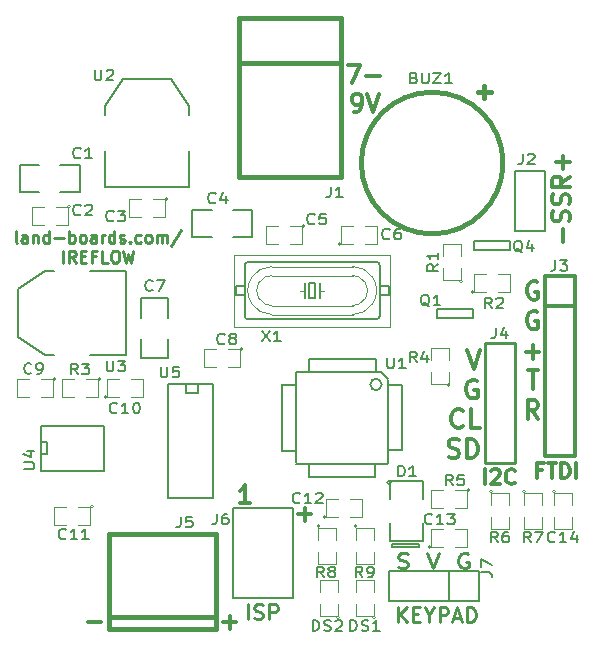
<source format=gto>
G04 (created by PCBNEW (2013-04-19 BZR 4011)-stable) date 31/12/2014 11:05:01*
%MOIN*%
G04 Gerber Fmt 3.4, Leading zero omitted, Abs format*
%FSLAX34Y34*%
G01*
G70*
G90*
G04 APERTURE LIST*
%ADD10C,0.006*%
%ADD11C,0.00787402*%
%ADD12C,0.011811*%
%ADD13C,0.01125*%
%ADD14C,0.01*%
%ADD15C,0.005*%
%ADD16C,0.008*%
%ADD17C,0.0039*%
%ADD18C,0.015*%
%ADD19C,0.0026*%
%ADD20C,0.002*%
%ADD21C,0.012*%
%ADD22C,0.0055*%
G04 APERTURE END LIST*
G54D10*
G54D11*
X13800Y-16300D02*
X13800Y-16200D01*
X12900Y-16300D02*
X13800Y-16300D01*
X12900Y-16200D02*
X12900Y-16300D01*
X13800Y-16200D02*
X12900Y-16200D01*
X12900Y-16200D02*
X13800Y-16200D01*
G54D12*
X9775Y-15214D02*
X10224Y-15214D01*
X10000Y-15439D02*
X10000Y-14989D01*
G54D13*
X13114Y-16978D02*
X13200Y-17002D01*
X13342Y-17002D01*
X13400Y-16978D01*
X13428Y-16954D01*
X13457Y-16907D01*
X13457Y-16859D01*
X13428Y-16811D01*
X13400Y-16788D01*
X13342Y-16764D01*
X13228Y-16740D01*
X13171Y-16716D01*
X13142Y-16692D01*
X13114Y-16645D01*
X13114Y-16597D01*
X13142Y-16550D01*
X13171Y-16526D01*
X13228Y-16502D01*
X13371Y-16502D01*
X13457Y-16526D01*
X14085Y-16502D02*
X14285Y-17002D01*
X14485Y-16502D01*
X15457Y-16526D02*
X15400Y-16502D01*
X15314Y-16502D01*
X15228Y-16526D01*
X15171Y-16573D01*
X15142Y-16621D01*
X15114Y-16716D01*
X15114Y-16788D01*
X15142Y-16883D01*
X15171Y-16930D01*
X15228Y-16978D01*
X15314Y-17002D01*
X15371Y-17002D01*
X15457Y-16978D01*
X15485Y-16954D01*
X15485Y-16788D01*
X15371Y-16788D01*
G54D12*
X15423Y-9727D02*
X15632Y-10352D01*
X15840Y-9727D01*
X15751Y-10750D02*
X15691Y-10721D01*
X15602Y-10721D01*
X15513Y-10750D01*
X15453Y-10810D01*
X15423Y-10869D01*
X15394Y-10988D01*
X15394Y-11078D01*
X15423Y-11197D01*
X15453Y-11256D01*
X15513Y-11316D01*
X15602Y-11346D01*
X15661Y-11346D01*
X15751Y-11316D01*
X15780Y-11286D01*
X15780Y-11078D01*
X15661Y-11078D01*
X15275Y-12279D02*
X15245Y-12309D01*
X15155Y-12339D01*
X15096Y-12339D01*
X15007Y-12309D01*
X14947Y-12249D01*
X14917Y-12190D01*
X14888Y-12071D01*
X14888Y-11982D01*
X14917Y-11863D01*
X14947Y-11803D01*
X15007Y-11743D01*
X15096Y-11714D01*
X15155Y-11714D01*
X15245Y-11743D01*
X15275Y-11773D01*
X15840Y-12339D02*
X15542Y-12339D01*
X15542Y-11714D01*
X14798Y-13302D02*
X14888Y-13332D01*
X15036Y-13332D01*
X15096Y-13302D01*
X15126Y-13272D01*
X15155Y-13213D01*
X15155Y-13153D01*
X15126Y-13094D01*
X15096Y-13064D01*
X15036Y-13034D01*
X14917Y-13004D01*
X14858Y-12975D01*
X14828Y-12945D01*
X14798Y-12885D01*
X14798Y-12826D01*
X14828Y-12766D01*
X14858Y-12737D01*
X14917Y-12707D01*
X15066Y-12707D01*
X15155Y-12737D01*
X15423Y-13332D02*
X15423Y-12707D01*
X15572Y-12707D01*
X15661Y-12737D01*
X15721Y-12796D01*
X15751Y-12856D01*
X15780Y-12975D01*
X15780Y-13064D01*
X15751Y-13183D01*
X15721Y-13243D01*
X15661Y-13302D01*
X15572Y-13332D01*
X15423Y-13332D01*
X8168Y-14839D02*
X7831Y-14839D01*
X8000Y-14839D02*
X8000Y-14248D01*
X7943Y-14332D01*
X7887Y-14389D01*
X7831Y-14417D01*
G54D13*
X8111Y-18702D02*
X8111Y-18202D01*
X8326Y-18678D02*
X8397Y-18702D01*
X8516Y-18702D01*
X8564Y-18678D01*
X8588Y-18654D01*
X8611Y-18607D01*
X8611Y-18559D01*
X8588Y-18511D01*
X8564Y-18488D01*
X8516Y-18464D01*
X8421Y-18440D01*
X8373Y-18416D01*
X8350Y-18392D01*
X8326Y-18345D01*
X8326Y-18297D01*
X8350Y-18250D01*
X8373Y-18226D01*
X8421Y-18202D01*
X8540Y-18202D01*
X8611Y-18226D01*
X8826Y-18702D02*
X8826Y-18202D01*
X9016Y-18202D01*
X9064Y-18226D01*
X9088Y-18250D01*
X9111Y-18297D01*
X9111Y-18369D01*
X9088Y-18416D01*
X9064Y-18440D01*
X9016Y-18464D01*
X8826Y-18464D01*
X13114Y-18802D02*
X13114Y-18302D01*
X13400Y-18802D02*
X13185Y-18516D01*
X13400Y-18302D02*
X13114Y-18588D01*
X13614Y-18540D02*
X13780Y-18540D01*
X13852Y-18802D02*
X13614Y-18802D01*
X13614Y-18302D01*
X13852Y-18302D01*
X14161Y-18564D02*
X14161Y-18802D01*
X13995Y-18302D02*
X14161Y-18564D01*
X14328Y-18302D01*
X14495Y-18802D02*
X14495Y-18302D01*
X14685Y-18302D01*
X14733Y-18326D01*
X14757Y-18350D01*
X14780Y-18397D01*
X14780Y-18469D01*
X14757Y-18516D01*
X14733Y-18540D01*
X14685Y-18564D01*
X14495Y-18564D01*
X14971Y-18659D02*
X15209Y-18659D01*
X14923Y-18802D02*
X15090Y-18302D01*
X15257Y-18802D01*
X15423Y-18802D02*
X15423Y-18302D01*
X15542Y-18302D01*
X15614Y-18326D01*
X15661Y-18373D01*
X15685Y-18421D01*
X15709Y-18516D01*
X15709Y-18588D01*
X15685Y-18683D01*
X15661Y-18730D01*
X15614Y-18778D01*
X15542Y-18802D01*
X15423Y-18802D01*
G54D12*
X18614Y-6148D02*
X18614Y-5698D01*
X18810Y-5445D02*
X18839Y-5360D01*
X18839Y-5220D01*
X18810Y-5164D01*
X18782Y-5135D01*
X18726Y-5107D01*
X18670Y-5107D01*
X18614Y-5135D01*
X18585Y-5164D01*
X18557Y-5220D01*
X18529Y-5332D01*
X18501Y-5388D01*
X18473Y-5417D01*
X18417Y-5445D01*
X18360Y-5445D01*
X18304Y-5417D01*
X18276Y-5388D01*
X18248Y-5332D01*
X18248Y-5192D01*
X18276Y-5107D01*
X18810Y-4882D02*
X18839Y-4798D01*
X18839Y-4657D01*
X18810Y-4601D01*
X18782Y-4573D01*
X18726Y-4545D01*
X18670Y-4545D01*
X18614Y-4573D01*
X18585Y-4601D01*
X18557Y-4657D01*
X18529Y-4770D01*
X18501Y-4826D01*
X18473Y-4854D01*
X18417Y-4882D01*
X18360Y-4882D01*
X18304Y-4854D01*
X18276Y-4826D01*
X18248Y-4770D01*
X18248Y-4629D01*
X18276Y-4545D01*
X18839Y-3954D02*
X18557Y-4151D01*
X18839Y-4292D02*
X18248Y-4292D01*
X18248Y-4067D01*
X18276Y-4011D01*
X18304Y-3982D01*
X18360Y-3954D01*
X18445Y-3954D01*
X18501Y-3982D01*
X18529Y-4011D01*
X18557Y-4067D01*
X18557Y-4292D01*
X18614Y-3701D02*
X18614Y-3251D01*
X18839Y-3476D02*
X18389Y-3476D01*
X11437Y-248D02*
X11831Y-248D01*
X11578Y-839D01*
X12056Y-614D02*
X12506Y-614D01*
X11634Y-1783D02*
X11746Y-1783D01*
X11803Y-1755D01*
X11831Y-1727D01*
X11887Y-1643D01*
X11915Y-1530D01*
X11915Y-1305D01*
X11887Y-1249D01*
X11859Y-1221D01*
X11803Y-1193D01*
X11690Y-1193D01*
X11634Y-1221D01*
X11606Y-1249D01*
X11578Y-1305D01*
X11578Y-1446D01*
X11606Y-1502D01*
X11634Y-1530D01*
X11690Y-1558D01*
X11803Y-1558D01*
X11859Y-1530D01*
X11887Y-1502D01*
X11915Y-1446D01*
X12084Y-1193D02*
X12281Y-1783D01*
X12478Y-1193D01*
G54D14*
X423Y-6161D02*
X385Y-6142D01*
X366Y-6104D01*
X366Y-5761D01*
X747Y-6161D02*
X747Y-5952D01*
X728Y-5914D01*
X690Y-5895D01*
X614Y-5895D01*
X576Y-5914D01*
X747Y-6142D02*
X709Y-6161D01*
X614Y-6161D01*
X576Y-6142D01*
X557Y-6104D01*
X557Y-6066D01*
X576Y-6028D01*
X614Y-6009D01*
X709Y-6009D01*
X747Y-5990D01*
X938Y-5895D02*
X938Y-6161D01*
X938Y-5933D02*
X957Y-5914D01*
X995Y-5895D01*
X1052Y-5895D01*
X1090Y-5914D01*
X1109Y-5952D01*
X1109Y-6161D01*
X1471Y-6161D02*
X1471Y-5761D01*
X1471Y-6142D02*
X1433Y-6161D01*
X1357Y-6161D01*
X1319Y-6142D01*
X1300Y-6123D01*
X1280Y-6085D01*
X1280Y-5971D01*
X1300Y-5933D01*
X1319Y-5914D01*
X1357Y-5895D01*
X1433Y-5895D01*
X1471Y-5914D01*
X1661Y-6009D02*
X1966Y-6009D01*
X2157Y-6161D02*
X2157Y-5761D01*
X2157Y-5914D02*
X2195Y-5895D01*
X2271Y-5895D01*
X2309Y-5914D01*
X2328Y-5933D01*
X2347Y-5971D01*
X2347Y-6085D01*
X2328Y-6123D01*
X2309Y-6142D01*
X2271Y-6161D01*
X2195Y-6161D01*
X2157Y-6142D01*
X2576Y-6161D02*
X2538Y-6142D01*
X2519Y-6123D01*
X2500Y-6085D01*
X2500Y-5971D01*
X2519Y-5933D01*
X2538Y-5914D01*
X2576Y-5895D01*
X2633Y-5895D01*
X2671Y-5914D01*
X2690Y-5933D01*
X2709Y-5971D01*
X2709Y-6085D01*
X2690Y-6123D01*
X2671Y-6142D01*
X2633Y-6161D01*
X2576Y-6161D01*
X3052Y-6161D02*
X3052Y-5952D01*
X3033Y-5914D01*
X2995Y-5895D01*
X2919Y-5895D01*
X2880Y-5914D01*
X3052Y-6142D02*
X3014Y-6161D01*
X2919Y-6161D01*
X2880Y-6142D01*
X2861Y-6104D01*
X2861Y-6066D01*
X2880Y-6028D01*
X2919Y-6009D01*
X3014Y-6009D01*
X3052Y-5990D01*
X3242Y-6161D02*
X3242Y-5895D01*
X3242Y-5971D02*
X3261Y-5933D01*
X3280Y-5914D01*
X3319Y-5895D01*
X3357Y-5895D01*
X3661Y-6161D02*
X3661Y-5761D01*
X3661Y-6142D02*
X3623Y-6161D01*
X3547Y-6161D01*
X3509Y-6142D01*
X3490Y-6123D01*
X3471Y-6085D01*
X3471Y-5971D01*
X3490Y-5933D01*
X3509Y-5914D01*
X3547Y-5895D01*
X3623Y-5895D01*
X3661Y-5914D01*
X3833Y-6142D02*
X3871Y-6161D01*
X3947Y-6161D01*
X3985Y-6142D01*
X4004Y-6104D01*
X4004Y-6085D01*
X3985Y-6047D01*
X3947Y-6028D01*
X3890Y-6028D01*
X3852Y-6009D01*
X3833Y-5971D01*
X3833Y-5952D01*
X3852Y-5914D01*
X3890Y-5895D01*
X3947Y-5895D01*
X3985Y-5914D01*
X4176Y-6123D02*
X4195Y-6142D01*
X4176Y-6161D01*
X4157Y-6142D01*
X4176Y-6123D01*
X4176Y-6161D01*
X4538Y-6142D02*
X4499Y-6161D01*
X4423Y-6161D01*
X4385Y-6142D01*
X4366Y-6123D01*
X4347Y-6085D01*
X4347Y-5971D01*
X4366Y-5933D01*
X4385Y-5914D01*
X4423Y-5895D01*
X4499Y-5895D01*
X4538Y-5914D01*
X4766Y-6161D02*
X4728Y-6142D01*
X4709Y-6123D01*
X4690Y-6085D01*
X4690Y-5971D01*
X4709Y-5933D01*
X4728Y-5914D01*
X4766Y-5895D01*
X4823Y-5895D01*
X4861Y-5914D01*
X4880Y-5933D01*
X4899Y-5971D01*
X4899Y-6085D01*
X4880Y-6123D01*
X4861Y-6142D01*
X4823Y-6161D01*
X4766Y-6161D01*
X5071Y-6161D02*
X5071Y-5895D01*
X5071Y-5933D02*
X5090Y-5914D01*
X5128Y-5895D01*
X5185Y-5895D01*
X5223Y-5914D01*
X5242Y-5952D01*
X5242Y-6161D01*
X5242Y-5952D02*
X5261Y-5914D01*
X5299Y-5895D01*
X5357Y-5895D01*
X5395Y-5914D01*
X5414Y-5952D01*
X5414Y-6161D01*
X5890Y-5742D02*
X5547Y-6257D01*
X1947Y-6821D02*
X1947Y-6421D01*
X2366Y-6821D02*
X2233Y-6631D01*
X2138Y-6821D02*
X2138Y-6421D01*
X2290Y-6421D01*
X2328Y-6440D01*
X2347Y-6460D01*
X2366Y-6498D01*
X2366Y-6555D01*
X2347Y-6593D01*
X2328Y-6612D01*
X2290Y-6631D01*
X2138Y-6631D01*
X2538Y-6612D02*
X2671Y-6612D01*
X2728Y-6821D02*
X2538Y-6821D01*
X2538Y-6421D01*
X2728Y-6421D01*
X3033Y-6612D02*
X2900Y-6612D01*
X2900Y-6821D02*
X2900Y-6421D01*
X3090Y-6421D01*
X3433Y-6821D02*
X3242Y-6821D01*
X3242Y-6421D01*
X3642Y-6421D02*
X3719Y-6421D01*
X3757Y-6440D01*
X3795Y-6479D01*
X3814Y-6555D01*
X3814Y-6688D01*
X3795Y-6764D01*
X3757Y-6802D01*
X3719Y-6821D01*
X3642Y-6821D01*
X3604Y-6802D01*
X3566Y-6764D01*
X3547Y-6688D01*
X3547Y-6555D01*
X3566Y-6479D01*
X3604Y-6440D01*
X3642Y-6421D01*
X3947Y-6421D02*
X4042Y-6821D01*
X4119Y-6536D01*
X4195Y-6821D01*
X4290Y-6421D01*
G54D12*
X17911Y-13740D02*
X17745Y-13740D01*
X17745Y-14002D02*
X17745Y-13502D01*
X17983Y-13502D01*
X18102Y-13502D02*
X18388Y-13502D01*
X18245Y-14002D02*
X18245Y-13502D01*
X18554Y-14002D02*
X18554Y-13502D01*
X18673Y-13502D01*
X18745Y-13526D01*
X18792Y-13573D01*
X18816Y-13621D01*
X18840Y-13716D01*
X18840Y-13788D01*
X18816Y-13883D01*
X18792Y-13930D01*
X18745Y-13978D01*
X18673Y-14002D01*
X18554Y-14002D01*
X19054Y-14002D02*
X19054Y-13502D01*
X16011Y-14202D02*
X16011Y-13702D01*
X16226Y-13750D02*
X16250Y-13726D01*
X16297Y-13702D01*
X16416Y-13702D01*
X16464Y-13726D01*
X16488Y-13750D01*
X16511Y-13797D01*
X16511Y-13845D01*
X16488Y-13916D01*
X16202Y-14202D01*
X16511Y-14202D01*
X17011Y-14154D02*
X16988Y-14178D01*
X16916Y-14202D01*
X16869Y-14202D01*
X16797Y-14178D01*
X16750Y-14130D01*
X16726Y-14083D01*
X16702Y-13988D01*
X16702Y-13916D01*
X16726Y-13821D01*
X16750Y-13773D01*
X16797Y-13726D01*
X16869Y-13702D01*
X16916Y-13702D01*
X16988Y-13726D01*
X17011Y-13750D01*
X3224Y-18785D02*
X2775Y-18785D01*
X7275Y-18814D02*
X7724Y-18814D01*
X7500Y-19039D02*
X7500Y-18589D01*
X17754Y-7457D02*
X17698Y-7427D01*
X17614Y-7427D01*
X17529Y-7457D01*
X17473Y-7517D01*
X17445Y-7576D01*
X17417Y-7695D01*
X17417Y-7785D01*
X17445Y-7904D01*
X17473Y-7963D01*
X17529Y-8023D01*
X17614Y-8052D01*
X17670Y-8052D01*
X17754Y-8023D01*
X17782Y-7993D01*
X17782Y-7785D01*
X17670Y-7785D01*
X17754Y-8450D02*
X17698Y-8421D01*
X17614Y-8421D01*
X17529Y-8450D01*
X17473Y-8510D01*
X17445Y-8569D01*
X17417Y-8688D01*
X17417Y-8778D01*
X17445Y-8897D01*
X17473Y-8956D01*
X17529Y-9016D01*
X17614Y-9046D01*
X17670Y-9046D01*
X17754Y-9016D01*
X17782Y-8986D01*
X17782Y-8778D01*
X17670Y-8778D01*
X17375Y-9801D02*
X17824Y-9801D01*
X17600Y-10039D02*
X17600Y-9563D01*
X17431Y-10407D02*
X17768Y-10407D01*
X17600Y-11032D02*
X17600Y-10407D01*
X17782Y-12025D02*
X17585Y-11727D01*
X17445Y-12025D02*
X17445Y-11400D01*
X17670Y-11400D01*
X17726Y-11430D01*
X17754Y-11459D01*
X17782Y-11519D01*
X17782Y-11608D01*
X17754Y-11668D01*
X17726Y-11698D01*
X17670Y-11727D01*
X17445Y-11727D01*
G54D10*
X10160Y-13980D02*
X10160Y-13530D01*
X12340Y-13980D02*
X12340Y-13540D01*
X10160Y-13980D02*
X12340Y-13980D01*
X9690Y-13100D02*
X9260Y-13100D01*
X9680Y-10890D02*
X9260Y-10890D01*
X9260Y-10880D02*
X9250Y-13100D01*
X13230Y-10900D02*
X13240Y-13070D01*
X12540Y-10470D02*
X9710Y-10470D01*
X13230Y-13080D02*
X12820Y-13080D01*
X12780Y-10720D02*
X12780Y-13500D01*
X9700Y-13520D02*
X12740Y-13520D01*
X9700Y-10470D02*
X9700Y-13470D01*
X12370Y-10020D02*
X10150Y-10020D01*
X10150Y-10020D02*
X10150Y-10470D01*
X12550Y-10474D02*
X12780Y-10704D01*
X12370Y-10022D02*
X12370Y-10474D01*
X12780Y-10900D02*
X13232Y-10900D01*
X12564Y-10882D02*
G75*
G03X12564Y-10882I-188J0D01*
G74*
G01*
G54D15*
X15600Y-8650D02*
X14400Y-8650D01*
X14400Y-8650D02*
X14400Y-8350D01*
X14400Y-8350D02*
X15600Y-8350D01*
X15600Y-8350D02*
X15600Y-8650D01*
G54D16*
X2850Y-9900D02*
X4050Y-9900D01*
X4050Y-9900D02*
X4050Y-7100D01*
X4050Y-7100D02*
X2850Y-7100D01*
X1650Y-9900D02*
X1350Y-9900D01*
X1350Y-9900D02*
X450Y-9300D01*
X450Y-9300D02*
X450Y-7700D01*
X450Y-7700D02*
X1350Y-7100D01*
X1350Y-7100D02*
X1650Y-7100D01*
X3350Y-3100D02*
X3350Y-4300D01*
X3350Y-4300D02*
X6150Y-4300D01*
X6150Y-4300D02*
X6150Y-3100D01*
X3350Y-1900D02*
X3350Y-1600D01*
X3350Y-1600D02*
X3950Y-700D01*
X3950Y-700D02*
X5550Y-700D01*
X5550Y-700D02*
X6150Y-1600D01*
X6150Y-1600D02*
X6150Y-1900D01*
G54D17*
X10700Y-15300D02*
G75*
G03X10700Y-15300I-50J0D01*
G74*
G01*
X11100Y-15300D02*
X10700Y-15300D01*
X10700Y-15300D02*
X10700Y-14700D01*
X10700Y-14700D02*
X11100Y-14700D01*
X11500Y-14700D02*
X11900Y-14700D01*
X11900Y-14700D02*
X11900Y-15300D01*
X11900Y-15300D02*
X11500Y-15300D01*
X10000Y-5600D02*
G75*
G03X10000Y-5600I-50J0D01*
G74*
G01*
X9500Y-5600D02*
X9900Y-5600D01*
X9900Y-5600D02*
X9900Y-6200D01*
X9900Y-6200D02*
X9500Y-6200D01*
X9100Y-6200D02*
X8700Y-6200D01*
X8700Y-6200D02*
X8700Y-5600D01*
X8700Y-5600D02*
X9100Y-5600D01*
X15250Y-7450D02*
G75*
G03X15250Y-7450I-50J0D01*
G74*
G01*
X15200Y-7000D02*
X15200Y-7400D01*
X15200Y-7400D02*
X14600Y-7400D01*
X14600Y-7400D02*
X14600Y-7000D01*
X14600Y-6600D02*
X14600Y-6200D01*
X14600Y-6200D02*
X15200Y-6200D01*
X15200Y-6200D02*
X15200Y-6600D01*
X11200Y-6200D02*
G75*
G03X11200Y-6200I-50J0D01*
G74*
G01*
X11600Y-6200D02*
X11200Y-6200D01*
X11200Y-6200D02*
X11200Y-5600D01*
X11200Y-5600D02*
X11600Y-5600D01*
X12000Y-5600D02*
X12400Y-5600D01*
X12400Y-5600D02*
X12400Y-6200D01*
X12400Y-6200D02*
X12000Y-6200D01*
X5450Y-4700D02*
G75*
G03X5450Y-4700I-50J0D01*
G74*
G01*
X4950Y-4700D02*
X5350Y-4700D01*
X5350Y-4700D02*
X5350Y-5300D01*
X5350Y-5300D02*
X4950Y-5300D01*
X4550Y-5300D02*
X4150Y-5300D01*
X4150Y-5300D02*
X4150Y-4700D01*
X4150Y-4700D02*
X4550Y-4700D01*
X2200Y-4950D02*
G75*
G03X2200Y-4950I-50J0D01*
G74*
G01*
X1700Y-4950D02*
X2100Y-4950D01*
X2100Y-4950D02*
X2100Y-5550D01*
X2100Y-5550D02*
X1700Y-5550D01*
X1300Y-5550D02*
X900Y-5550D01*
X900Y-5550D02*
X900Y-4950D01*
X900Y-4950D02*
X1300Y-4950D01*
X3400Y-11300D02*
G75*
G03X3400Y-11300I-50J0D01*
G74*
G01*
X3800Y-11300D02*
X3400Y-11300D01*
X3400Y-11300D02*
X3400Y-10700D01*
X3400Y-10700D02*
X3800Y-10700D01*
X4200Y-10700D02*
X4600Y-10700D01*
X4600Y-10700D02*
X4600Y-11300D01*
X4600Y-11300D02*
X4200Y-11300D01*
X11750Y-15600D02*
G75*
G03X11750Y-15600I-50J0D01*
G74*
G01*
X11700Y-16050D02*
X11700Y-15650D01*
X11700Y-15650D02*
X12300Y-15650D01*
X12300Y-15650D02*
X12300Y-16050D01*
X12300Y-16450D02*
X12300Y-16850D01*
X12300Y-16850D02*
X11700Y-16850D01*
X11700Y-16850D02*
X11700Y-16450D01*
X15500Y-14400D02*
G75*
G03X15500Y-14400I-50J0D01*
G74*
G01*
X15000Y-14400D02*
X15400Y-14400D01*
X15400Y-14400D02*
X15400Y-15000D01*
X15400Y-15000D02*
X15000Y-15000D01*
X14600Y-15000D02*
X14200Y-15000D01*
X14200Y-15000D02*
X14200Y-14400D01*
X14200Y-14400D02*
X14600Y-14400D01*
X7950Y-9700D02*
G75*
G03X7950Y-9700I-50J0D01*
G74*
G01*
X7450Y-9700D02*
X7850Y-9700D01*
X7850Y-9700D02*
X7850Y-10300D01*
X7850Y-10300D02*
X7450Y-10300D01*
X7050Y-10300D02*
X6650Y-10300D01*
X6650Y-10300D02*
X6650Y-9700D01*
X6650Y-9700D02*
X7050Y-9700D01*
X14200Y-16300D02*
G75*
G03X14200Y-16300I-50J0D01*
G74*
G01*
X14600Y-16300D02*
X14200Y-16300D01*
X14200Y-16300D02*
X14200Y-15700D01*
X14200Y-15700D02*
X14600Y-15700D01*
X15000Y-15700D02*
X15400Y-15700D01*
X15400Y-15700D02*
X15400Y-16300D01*
X15400Y-16300D02*
X15000Y-16300D01*
X12350Y-18650D02*
G75*
G03X12350Y-18650I-50J0D01*
G74*
G01*
X12300Y-18200D02*
X12300Y-18600D01*
X12300Y-18600D02*
X11700Y-18600D01*
X11700Y-18600D02*
X11700Y-18200D01*
X11700Y-17800D02*
X11700Y-17400D01*
X11700Y-17400D02*
X12300Y-17400D01*
X12300Y-17400D02*
X12300Y-17800D01*
X11150Y-18650D02*
G75*
G03X11150Y-18650I-50J0D01*
G74*
G01*
X11100Y-18200D02*
X11100Y-18600D01*
X11100Y-18600D02*
X10500Y-18600D01*
X10500Y-18600D02*
X10500Y-18200D01*
X10500Y-17800D02*
X10500Y-17400D01*
X10500Y-17400D02*
X11100Y-17400D01*
X11100Y-17400D02*
X11100Y-17800D01*
X10500Y-15600D02*
G75*
G03X10500Y-15600I-50J0D01*
G74*
G01*
X10450Y-16050D02*
X10450Y-15650D01*
X10450Y-15650D02*
X11050Y-15650D01*
X11050Y-15650D02*
X11050Y-16050D01*
X11050Y-16450D02*
X11050Y-16850D01*
X11050Y-16850D02*
X10450Y-16850D01*
X10450Y-16850D02*
X10450Y-16450D01*
X14850Y-10900D02*
G75*
G03X14850Y-10900I-50J0D01*
G74*
G01*
X14800Y-10450D02*
X14800Y-10850D01*
X14800Y-10850D02*
X14200Y-10850D01*
X14200Y-10850D02*
X14200Y-10450D01*
X14200Y-10050D02*
X14200Y-9650D01*
X14200Y-9650D02*
X14800Y-9650D01*
X14800Y-9650D02*
X14800Y-10050D01*
G54D18*
X15982Y-940D02*
X15982Y-1334D01*
X16218Y-1137D02*
X15785Y-1137D01*
X16612Y-3500D02*
G75*
G03X16612Y-3500I-2362J0D01*
G74*
G01*
G54D19*
X7650Y-8950D02*
X12850Y-8950D01*
X12850Y-8950D02*
X12850Y-6550D01*
X7650Y-6550D02*
X12850Y-6550D01*
X7650Y-8950D02*
X7650Y-6550D01*
G54D10*
X8000Y-7300D02*
X8000Y-6900D01*
X12500Y-7300D02*
X12500Y-6900D01*
G54D20*
X11600Y-8250D02*
X8900Y-8250D01*
X11600Y-8550D02*
X8900Y-8550D01*
X8900Y-7250D02*
X11600Y-7250D01*
G54D10*
X12400Y-8700D02*
X8100Y-8700D01*
X12500Y-7900D02*
X12800Y-7900D01*
X12500Y-7600D02*
X12800Y-7600D01*
X12800Y-7900D02*
X12800Y-7600D01*
X12500Y-8200D02*
X12500Y-7300D01*
X12500Y-8600D02*
X12500Y-8200D01*
X7700Y-7900D02*
X7700Y-7600D01*
X8000Y-8200D02*
X8000Y-7900D01*
X8000Y-7900D02*
X8000Y-7600D01*
X8000Y-7600D02*
X8000Y-7300D01*
X8000Y-8600D02*
X8000Y-8200D01*
X8000Y-7900D02*
X7700Y-7900D01*
X8000Y-7600D02*
X7700Y-7600D01*
G54D20*
X8900Y-6950D02*
X11600Y-6950D01*
G54D10*
X12400Y-6800D02*
X8100Y-6800D01*
X10150Y-7500D02*
X10150Y-8000D01*
X10150Y-8000D02*
X10350Y-8000D01*
X10350Y-8000D02*
X10350Y-7500D01*
X10350Y-7500D02*
X10150Y-7500D01*
X10000Y-7500D02*
X10000Y-7750D01*
X10000Y-7750D02*
X10000Y-8000D01*
G54D20*
X10000Y-7750D02*
X9850Y-7750D01*
G54D10*
X10500Y-7500D02*
X10500Y-7750D01*
X10500Y-7750D02*
X10500Y-8000D01*
G54D20*
X10500Y-7750D02*
X10650Y-7750D01*
X8899Y-6949D02*
G75*
G03X8238Y-7300I1J-800D01*
G74*
G01*
X12260Y-7299D02*
G75*
G03X11600Y-6950I-660J-450D01*
G74*
G01*
G54D10*
X12400Y-8700D02*
G75*
G03X12500Y-8600I0J100D01*
G74*
G01*
G54D20*
X11599Y-8249D02*
G75*
G03X11816Y-8200I0J499D01*
G74*
G01*
X11817Y-7299D02*
G75*
G03X11600Y-7250I-217J-450D01*
G74*
G01*
X11601Y-8549D02*
G75*
G03X12261Y-8198I-2J799D01*
G74*
G01*
X11819Y-8199D02*
G75*
G03X11816Y-7299I-219J449D01*
G74*
G01*
X12261Y-8199D02*
G75*
G03X12261Y-7300I-661J449D01*
G74*
G01*
X8239Y-8200D02*
G75*
G03X8900Y-8550I660J450D01*
G74*
G01*
X8680Y-7300D02*
G75*
G03X8683Y-8200I219J-449D01*
G74*
G01*
X8682Y-8200D02*
G75*
G03X8900Y-8250I217J450D01*
G74*
G01*
X8900Y-7250D02*
G75*
G03X8683Y-7299I0J-499D01*
G74*
G01*
X8238Y-7300D02*
G75*
G03X8238Y-8199I661J-449D01*
G74*
G01*
G54D10*
X8000Y-8600D02*
G75*
G03X8100Y-8700I100J0D01*
G74*
G01*
X12500Y-6900D02*
G75*
G03X12400Y-6800I-100J0D01*
G74*
G01*
X8100Y-6800D02*
G75*
G03X8000Y-6900I0J-100D01*
G74*
G01*
G54D17*
X2950Y-14950D02*
G75*
G03X2950Y-14950I-50J0D01*
G74*
G01*
X2450Y-14950D02*
X2850Y-14950D01*
X2850Y-14950D02*
X2850Y-15550D01*
X2850Y-15550D02*
X2450Y-15550D01*
X2050Y-15550D02*
X1650Y-15550D01*
X1650Y-15550D02*
X1650Y-14950D01*
X1650Y-14950D02*
X2050Y-14950D01*
X1700Y-10700D02*
G75*
G03X1700Y-10700I-50J0D01*
G74*
G01*
X1200Y-10700D02*
X1600Y-10700D01*
X1600Y-10700D02*
X1600Y-11300D01*
X1600Y-11300D02*
X1200Y-11300D01*
X800Y-11300D02*
X400Y-11300D01*
X400Y-11300D02*
X400Y-10700D01*
X400Y-10700D02*
X800Y-10700D01*
X3200Y-10700D02*
G75*
G03X3200Y-10700I-50J0D01*
G74*
G01*
X2700Y-10700D02*
X3100Y-10700D01*
X3100Y-10700D02*
X3100Y-11300D01*
X3100Y-11300D02*
X2700Y-11300D01*
X2300Y-11300D02*
X1900Y-11300D01*
X1900Y-11300D02*
X1900Y-10700D01*
X1900Y-10700D02*
X2300Y-10700D01*
G54D18*
X7037Y-19021D02*
X7037Y-15872D01*
X3494Y-19021D02*
X3494Y-15872D01*
X7037Y-15872D02*
X3494Y-15872D01*
X7037Y-18627D02*
X3494Y-18627D01*
X7037Y-19021D02*
X3494Y-19021D01*
G54D10*
X15800Y-17100D02*
X15800Y-18100D01*
X15800Y-18100D02*
X12800Y-18100D01*
X12800Y-18100D02*
X12800Y-17100D01*
X12800Y-17100D02*
X15800Y-17100D01*
X14800Y-18100D02*
X14800Y-17100D01*
G54D18*
X11200Y1050D02*
X11200Y1350D01*
X11200Y1350D02*
X7800Y1350D01*
X7800Y1350D02*
X7800Y1050D01*
X11200Y-150D02*
X7800Y-150D01*
X11200Y-3950D02*
X7800Y-3950D01*
X7800Y1050D02*
X7800Y-3950D01*
X11200Y1050D02*
X11200Y-3950D01*
G54D15*
X6250Y-5050D02*
X6250Y-5950D01*
X6250Y-5950D02*
X6900Y-5950D01*
X7600Y-5050D02*
X8250Y-5050D01*
X8250Y-5050D02*
X8250Y-5950D01*
X8250Y-5950D02*
X7600Y-5950D01*
X6900Y-5050D02*
X6250Y-5050D01*
X2500Y-4450D02*
X2500Y-3550D01*
X2500Y-3550D02*
X1850Y-3550D01*
X1150Y-4450D02*
X500Y-4450D01*
X500Y-4450D02*
X500Y-3550D01*
X500Y-3550D02*
X1150Y-3550D01*
X1850Y-4450D02*
X2500Y-4450D01*
X5450Y-8000D02*
X4550Y-8000D01*
X4550Y-8000D02*
X4550Y-8650D01*
X5450Y-9350D02*
X5450Y-10000D01*
X5450Y-10000D02*
X4550Y-10000D01*
X4550Y-10000D02*
X4550Y-9350D01*
X5450Y-8650D02*
X5450Y-8000D01*
X1200Y-13700D02*
X1200Y-13750D01*
X1200Y-13750D02*
X3300Y-13750D01*
X3300Y-12250D02*
X1200Y-12250D01*
X1200Y-12250D02*
X1200Y-13700D01*
X1200Y-12800D02*
X1400Y-12800D01*
X1400Y-12800D02*
X1400Y-13200D01*
X1400Y-13200D02*
X1200Y-13200D01*
X3300Y-12250D02*
X3300Y-13750D01*
X16850Y-6400D02*
X15650Y-6400D01*
X15650Y-6400D02*
X15650Y-6100D01*
X15650Y-6100D02*
X16850Y-6100D01*
X16850Y-6100D02*
X16850Y-6400D01*
G54D17*
X15650Y-7800D02*
G75*
G03X15650Y-7800I-50J0D01*
G74*
G01*
X16050Y-7800D02*
X15650Y-7800D01*
X15650Y-7800D02*
X15650Y-7200D01*
X15650Y-7200D02*
X16050Y-7200D01*
X16450Y-7200D02*
X16850Y-7200D01*
X16850Y-7200D02*
X16850Y-7800D01*
X16850Y-7800D02*
X16450Y-7800D01*
G54D10*
X17000Y-3750D02*
X18000Y-3750D01*
X18000Y-3750D02*
X18000Y-5750D01*
X18000Y-5750D02*
X17000Y-5750D01*
X17000Y-5750D02*
X17000Y-3750D01*
G54D16*
X7600Y-18000D02*
X7600Y-15000D01*
X9600Y-15000D02*
X9600Y-18000D01*
X9600Y-18000D02*
X7600Y-18000D01*
X7600Y-15000D02*
X9600Y-15000D01*
G54D14*
X16000Y-13500D02*
X16000Y-9500D01*
X17000Y-13500D02*
X17000Y-9500D01*
X17000Y-9500D02*
X16000Y-9500D01*
X16000Y-13500D02*
X17000Y-13500D01*
G54D21*
X18000Y-7250D02*
X19000Y-7250D01*
X19000Y-7250D02*
X19000Y-13250D01*
X19000Y-13250D02*
X18000Y-13250D01*
X18000Y-13250D02*
X18000Y-7250D01*
X18000Y-8250D02*
X19000Y-8250D01*
G54D16*
X6950Y-10850D02*
X6950Y-14650D01*
X6950Y-14650D02*
X5450Y-14650D01*
X5450Y-14650D02*
X5450Y-10850D01*
X5450Y-10850D02*
X6950Y-10850D01*
X6450Y-10850D02*
X6450Y-11150D01*
X6450Y-11150D02*
X6050Y-11150D01*
X6050Y-11150D02*
X6050Y-10850D01*
G54D17*
X17350Y-14450D02*
G75*
G03X17350Y-14450I-50J0D01*
G74*
G01*
X17300Y-14900D02*
X17300Y-14500D01*
X17300Y-14500D02*
X17900Y-14500D01*
X17900Y-14500D02*
X17900Y-14900D01*
X17900Y-15300D02*
X17900Y-15700D01*
X17900Y-15700D02*
X17300Y-15700D01*
X17300Y-15700D02*
X17300Y-15300D01*
X16250Y-14450D02*
G75*
G03X16250Y-14450I-50J0D01*
G74*
G01*
X16200Y-14900D02*
X16200Y-14500D01*
X16200Y-14500D02*
X16800Y-14500D01*
X16800Y-14500D02*
X16800Y-14900D01*
X16800Y-15300D02*
X16800Y-15700D01*
X16800Y-15700D02*
X16200Y-15700D01*
X16200Y-15700D02*
X16200Y-15300D01*
G54D15*
X12870Y-14150D02*
G75*
G03X12870Y-14150I-70J0D01*
G74*
G01*
X13950Y-14700D02*
X13950Y-14100D01*
X13950Y-14100D02*
X12850Y-14100D01*
X12850Y-14100D02*
X12850Y-14700D01*
X12850Y-15500D02*
X12850Y-16100D01*
X12850Y-16100D02*
X13950Y-16100D01*
X13950Y-16100D02*
X13950Y-15500D01*
G54D17*
X18350Y-14450D02*
G75*
G03X18350Y-14450I-50J0D01*
G74*
G01*
X18300Y-14900D02*
X18300Y-14500D01*
X18300Y-14500D02*
X18900Y-14500D01*
X18900Y-14500D02*
X18900Y-14900D01*
X18900Y-15300D02*
X18900Y-15700D01*
X18900Y-15700D02*
X18300Y-15700D01*
X18300Y-15700D02*
X18300Y-15300D01*
G54D22*
X12746Y-9986D02*
X12746Y-10270D01*
X12765Y-10303D01*
X12784Y-10320D01*
X12823Y-10336D01*
X12899Y-10336D01*
X12937Y-10320D01*
X12956Y-10303D01*
X12975Y-10270D01*
X12975Y-9986D01*
X13375Y-10336D02*
X13146Y-10336D01*
X13261Y-10336D02*
X13261Y-9986D01*
X13223Y-10036D01*
X13184Y-10070D01*
X13146Y-10086D01*
X14161Y-8275D02*
X14123Y-8258D01*
X14085Y-8225D01*
X14028Y-8175D01*
X13990Y-8158D01*
X13952Y-8158D01*
X13971Y-8241D02*
X13933Y-8225D01*
X13895Y-8191D01*
X13876Y-8125D01*
X13876Y-8008D01*
X13895Y-7941D01*
X13933Y-7908D01*
X13971Y-7891D01*
X14047Y-7891D01*
X14085Y-7908D01*
X14123Y-7941D01*
X14142Y-8008D01*
X14142Y-8125D01*
X14123Y-8191D01*
X14085Y-8225D01*
X14047Y-8241D01*
X13971Y-8241D01*
X14523Y-8241D02*
X14295Y-8241D01*
X14409Y-8241D02*
X14409Y-7891D01*
X14371Y-7941D01*
X14333Y-7975D01*
X14295Y-7991D01*
X3395Y-10091D02*
X3395Y-10375D01*
X3414Y-10408D01*
X3433Y-10425D01*
X3471Y-10441D01*
X3547Y-10441D01*
X3585Y-10425D01*
X3604Y-10408D01*
X3623Y-10375D01*
X3623Y-10091D01*
X3776Y-10091D02*
X4023Y-10091D01*
X3890Y-10225D01*
X3947Y-10225D01*
X3985Y-10241D01*
X4004Y-10258D01*
X4023Y-10291D01*
X4023Y-10375D01*
X4004Y-10408D01*
X3985Y-10425D01*
X3947Y-10441D01*
X3833Y-10441D01*
X3795Y-10425D01*
X3776Y-10408D01*
X2995Y-391D02*
X2995Y-675D01*
X3014Y-708D01*
X3033Y-725D01*
X3071Y-741D01*
X3147Y-741D01*
X3185Y-725D01*
X3204Y-708D01*
X3223Y-675D01*
X3223Y-391D01*
X3395Y-425D02*
X3414Y-408D01*
X3452Y-391D01*
X3547Y-391D01*
X3585Y-408D01*
X3604Y-425D01*
X3623Y-458D01*
X3623Y-491D01*
X3604Y-541D01*
X3376Y-741D01*
X3623Y-741D01*
X9842Y-14808D02*
X9823Y-14825D01*
X9766Y-14841D01*
X9728Y-14841D01*
X9671Y-14825D01*
X9633Y-14791D01*
X9614Y-14758D01*
X9595Y-14691D01*
X9595Y-14641D01*
X9614Y-14575D01*
X9633Y-14541D01*
X9671Y-14508D01*
X9728Y-14491D01*
X9766Y-14491D01*
X9823Y-14508D01*
X9842Y-14525D01*
X10223Y-14841D02*
X9995Y-14841D01*
X10109Y-14841D02*
X10109Y-14491D01*
X10071Y-14541D01*
X10033Y-14575D01*
X9995Y-14591D01*
X10376Y-14525D02*
X10395Y-14508D01*
X10433Y-14491D01*
X10528Y-14491D01*
X10566Y-14508D01*
X10585Y-14525D01*
X10604Y-14558D01*
X10604Y-14591D01*
X10585Y-14641D01*
X10357Y-14841D01*
X10604Y-14841D01*
X10333Y-5508D02*
X10314Y-5525D01*
X10257Y-5541D01*
X10219Y-5541D01*
X10161Y-5525D01*
X10123Y-5491D01*
X10104Y-5458D01*
X10085Y-5391D01*
X10085Y-5341D01*
X10104Y-5275D01*
X10123Y-5241D01*
X10161Y-5208D01*
X10219Y-5191D01*
X10257Y-5191D01*
X10314Y-5208D01*
X10333Y-5225D01*
X10695Y-5191D02*
X10504Y-5191D01*
X10485Y-5358D01*
X10504Y-5341D01*
X10542Y-5325D01*
X10638Y-5325D01*
X10676Y-5341D01*
X10695Y-5358D01*
X10714Y-5391D01*
X10714Y-5475D01*
X10695Y-5508D01*
X10676Y-5525D01*
X10638Y-5541D01*
X10542Y-5541D01*
X10504Y-5525D01*
X10485Y-5508D01*
X14441Y-6866D02*
X14275Y-6999D01*
X14441Y-7095D02*
X14091Y-7095D01*
X14091Y-6942D01*
X14108Y-6904D01*
X14125Y-6885D01*
X14158Y-6866D01*
X14208Y-6866D01*
X14241Y-6885D01*
X14258Y-6904D01*
X14275Y-6942D01*
X14275Y-7095D01*
X14441Y-6485D02*
X14441Y-6714D01*
X14441Y-6599D02*
X14091Y-6599D01*
X14141Y-6638D01*
X14175Y-6676D01*
X14191Y-6714D01*
X12833Y-6008D02*
X12814Y-6025D01*
X12757Y-6041D01*
X12719Y-6041D01*
X12661Y-6025D01*
X12623Y-5991D01*
X12604Y-5958D01*
X12585Y-5891D01*
X12585Y-5841D01*
X12604Y-5775D01*
X12623Y-5741D01*
X12661Y-5708D01*
X12719Y-5691D01*
X12757Y-5691D01*
X12814Y-5708D01*
X12833Y-5725D01*
X13176Y-5691D02*
X13100Y-5691D01*
X13061Y-5708D01*
X13042Y-5725D01*
X13004Y-5775D01*
X12985Y-5841D01*
X12985Y-5975D01*
X13004Y-6008D01*
X13023Y-6025D01*
X13061Y-6041D01*
X13138Y-6041D01*
X13176Y-6025D01*
X13195Y-6008D01*
X13214Y-5975D01*
X13214Y-5891D01*
X13195Y-5858D01*
X13176Y-5841D01*
X13138Y-5825D01*
X13061Y-5825D01*
X13023Y-5841D01*
X13004Y-5858D01*
X12985Y-5891D01*
X3633Y-5408D02*
X3614Y-5425D01*
X3557Y-5441D01*
X3519Y-5441D01*
X3461Y-5425D01*
X3423Y-5391D01*
X3404Y-5358D01*
X3385Y-5291D01*
X3385Y-5241D01*
X3404Y-5175D01*
X3423Y-5141D01*
X3461Y-5108D01*
X3519Y-5091D01*
X3557Y-5091D01*
X3614Y-5108D01*
X3633Y-5125D01*
X3766Y-5091D02*
X4014Y-5091D01*
X3880Y-5225D01*
X3938Y-5225D01*
X3976Y-5241D01*
X3995Y-5258D01*
X4014Y-5291D01*
X4014Y-5375D01*
X3995Y-5408D01*
X3976Y-5425D01*
X3938Y-5441D01*
X3823Y-5441D01*
X3785Y-5425D01*
X3766Y-5408D01*
X2533Y-5208D02*
X2514Y-5225D01*
X2457Y-5241D01*
X2419Y-5241D01*
X2361Y-5225D01*
X2323Y-5191D01*
X2304Y-5158D01*
X2285Y-5091D01*
X2285Y-5041D01*
X2304Y-4975D01*
X2323Y-4941D01*
X2361Y-4908D01*
X2419Y-4891D01*
X2457Y-4891D01*
X2514Y-4908D01*
X2533Y-4925D01*
X2685Y-4925D02*
X2704Y-4908D01*
X2742Y-4891D01*
X2838Y-4891D01*
X2876Y-4908D01*
X2895Y-4925D01*
X2914Y-4958D01*
X2914Y-4991D01*
X2895Y-5041D01*
X2666Y-5241D01*
X2914Y-5241D01*
X3742Y-11808D02*
X3723Y-11825D01*
X3666Y-11841D01*
X3628Y-11841D01*
X3571Y-11825D01*
X3533Y-11791D01*
X3514Y-11758D01*
X3495Y-11691D01*
X3495Y-11641D01*
X3514Y-11575D01*
X3533Y-11541D01*
X3571Y-11508D01*
X3628Y-11491D01*
X3666Y-11491D01*
X3723Y-11508D01*
X3742Y-11525D01*
X4123Y-11841D02*
X3895Y-11841D01*
X4009Y-11841D02*
X4009Y-11491D01*
X3971Y-11541D01*
X3933Y-11575D01*
X3895Y-11591D01*
X4371Y-11491D02*
X4409Y-11491D01*
X4447Y-11508D01*
X4466Y-11525D01*
X4485Y-11558D01*
X4504Y-11625D01*
X4504Y-11708D01*
X4485Y-11775D01*
X4466Y-11808D01*
X4447Y-11825D01*
X4409Y-11841D01*
X4371Y-11841D01*
X4333Y-11825D01*
X4314Y-11808D01*
X4295Y-11775D01*
X4276Y-11708D01*
X4276Y-11625D01*
X4295Y-11558D01*
X4314Y-11525D01*
X4333Y-11508D01*
X4371Y-11491D01*
X11928Y-17310D02*
X11795Y-17143D01*
X11700Y-17310D02*
X11700Y-16960D01*
X11852Y-16960D01*
X11890Y-16977D01*
X11909Y-16993D01*
X11928Y-17027D01*
X11928Y-17077D01*
X11909Y-17110D01*
X11890Y-17127D01*
X11852Y-17143D01*
X11700Y-17143D01*
X12119Y-17310D02*
X12195Y-17310D01*
X12233Y-17293D01*
X12252Y-17277D01*
X12290Y-17227D01*
X12309Y-17160D01*
X12309Y-17027D01*
X12290Y-16993D01*
X12271Y-16977D01*
X12233Y-16960D01*
X12157Y-16960D01*
X12119Y-16977D01*
X12100Y-16993D01*
X12080Y-17027D01*
X12080Y-17110D01*
X12100Y-17143D01*
X12119Y-17160D01*
X12157Y-17177D01*
X12233Y-17177D01*
X12271Y-17160D01*
X12290Y-17143D01*
X12309Y-17110D01*
X14933Y-14241D02*
X14800Y-14075D01*
X14704Y-14241D02*
X14704Y-13891D01*
X14857Y-13891D01*
X14895Y-13908D01*
X14914Y-13925D01*
X14933Y-13958D01*
X14933Y-14008D01*
X14914Y-14041D01*
X14895Y-14058D01*
X14857Y-14075D01*
X14704Y-14075D01*
X15295Y-13891D02*
X15104Y-13891D01*
X15085Y-14058D01*
X15104Y-14041D01*
X15142Y-14025D01*
X15238Y-14025D01*
X15276Y-14041D01*
X15295Y-14058D01*
X15314Y-14091D01*
X15314Y-14175D01*
X15295Y-14208D01*
X15276Y-14225D01*
X15238Y-14241D01*
X15142Y-14241D01*
X15104Y-14225D01*
X15085Y-14208D01*
X7333Y-9508D02*
X7314Y-9525D01*
X7257Y-9541D01*
X7219Y-9541D01*
X7161Y-9525D01*
X7123Y-9491D01*
X7104Y-9458D01*
X7085Y-9391D01*
X7085Y-9341D01*
X7104Y-9275D01*
X7123Y-9241D01*
X7161Y-9208D01*
X7219Y-9191D01*
X7257Y-9191D01*
X7314Y-9208D01*
X7333Y-9225D01*
X7561Y-9341D02*
X7523Y-9325D01*
X7504Y-9308D01*
X7485Y-9275D01*
X7485Y-9258D01*
X7504Y-9225D01*
X7523Y-9208D01*
X7561Y-9191D01*
X7638Y-9191D01*
X7676Y-9208D01*
X7695Y-9225D01*
X7714Y-9258D01*
X7714Y-9275D01*
X7695Y-9308D01*
X7676Y-9325D01*
X7638Y-9341D01*
X7561Y-9341D01*
X7523Y-9358D01*
X7504Y-9375D01*
X7485Y-9408D01*
X7485Y-9475D01*
X7504Y-9508D01*
X7523Y-9525D01*
X7561Y-9541D01*
X7638Y-9541D01*
X7676Y-9525D01*
X7695Y-9508D01*
X7714Y-9475D01*
X7714Y-9408D01*
X7695Y-9375D01*
X7676Y-9358D01*
X7638Y-9341D01*
X14242Y-15508D02*
X14223Y-15525D01*
X14166Y-15541D01*
X14128Y-15541D01*
X14071Y-15525D01*
X14033Y-15491D01*
X14014Y-15458D01*
X13995Y-15391D01*
X13995Y-15341D01*
X14014Y-15275D01*
X14033Y-15241D01*
X14071Y-15208D01*
X14128Y-15191D01*
X14166Y-15191D01*
X14223Y-15208D01*
X14242Y-15225D01*
X14623Y-15541D02*
X14395Y-15541D01*
X14509Y-15541D02*
X14509Y-15191D01*
X14471Y-15241D01*
X14433Y-15275D01*
X14395Y-15291D01*
X14757Y-15191D02*
X15004Y-15191D01*
X14871Y-15325D01*
X14928Y-15325D01*
X14966Y-15341D01*
X14985Y-15358D01*
X15004Y-15391D01*
X15004Y-15475D01*
X14985Y-15508D01*
X14966Y-15525D01*
X14928Y-15541D01*
X14814Y-15541D01*
X14776Y-15525D01*
X14757Y-15508D01*
X11514Y-19091D02*
X11514Y-18741D01*
X11609Y-18741D01*
X11666Y-18758D01*
X11704Y-18791D01*
X11723Y-18825D01*
X11742Y-18891D01*
X11742Y-18941D01*
X11723Y-19008D01*
X11704Y-19041D01*
X11666Y-19075D01*
X11609Y-19091D01*
X11514Y-19091D01*
X11895Y-19075D02*
X11952Y-19091D01*
X12047Y-19091D01*
X12085Y-19075D01*
X12104Y-19058D01*
X12123Y-19025D01*
X12123Y-18991D01*
X12104Y-18958D01*
X12085Y-18941D01*
X12047Y-18925D01*
X11971Y-18908D01*
X11933Y-18891D01*
X11914Y-18875D01*
X11895Y-18841D01*
X11895Y-18808D01*
X11914Y-18775D01*
X11933Y-18758D01*
X11971Y-18741D01*
X12066Y-18741D01*
X12123Y-18758D01*
X12504Y-19091D02*
X12276Y-19091D01*
X12390Y-19091D02*
X12390Y-18741D01*
X12352Y-18791D01*
X12314Y-18825D01*
X12276Y-18841D01*
X10264Y-19091D02*
X10264Y-18741D01*
X10359Y-18741D01*
X10416Y-18758D01*
X10454Y-18791D01*
X10473Y-18825D01*
X10492Y-18891D01*
X10492Y-18941D01*
X10473Y-19008D01*
X10454Y-19041D01*
X10416Y-19075D01*
X10359Y-19091D01*
X10264Y-19091D01*
X10645Y-19075D02*
X10702Y-19091D01*
X10797Y-19091D01*
X10835Y-19075D01*
X10854Y-19058D01*
X10873Y-19025D01*
X10873Y-18991D01*
X10854Y-18958D01*
X10835Y-18941D01*
X10797Y-18925D01*
X10721Y-18908D01*
X10683Y-18891D01*
X10664Y-18875D01*
X10645Y-18841D01*
X10645Y-18808D01*
X10664Y-18775D01*
X10683Y-18758D01*
X10721Y-18741D01*
X10816Y-18741D01*
X10873Y-18758D01*
X11026Y-18775D02*
X11045Y-18758D01*
X11083Y-18741D01*
X11178Y-18741D01*
X11216Y-18758D01*
X11235Y-18775D01*
X11254Y-18808D01*
X11254Y-18841D01*
X11235Y-18891D01*
X11007Y-19091D01*
X11254Y-19091D01*
X10640Y-17310D02*
X10507Y-17143D01*
X10412Y-17310D02*
X10412Y-16960D01*
X10564Y-16960D01*
X10602Y-16977D01*
X10621Y-16993D01*
X10640Y-17027D01*
X10640Y-17077D01*
X10621Y-17110D01*
X10602Y-17127D01*
X10564Y-17143D01*
X10412Y-17143D01*
X10869Y-17110D02*
X10831Y-17093D01*
X10812Y-17077D01*
X10793Y-17043D01*
X10793Y-17027D01*
X10812Y-16993D01*
X10831Y-16977D01*
X10869Y-16960D01*
X10945Y-16960D01*
X10983Y-16977D01*
X11002Y-16993D01*
X11021Y-17027D01*
X11021Y-17043D01*
X11002Y-17077D01*
X10983Y-17093D01*
X10945Y-17110D01*
X10869Y-17110D01*
X10831Y-17127D01*
X10812Y-17143D01*
X10793Y-17177D01*
X10793Y-17243D01*
X10812Y-17277D01*
X10831Y-17293D01*
X10869Y-17310D01*
X10945Y-17310D01*
X10983Y-17293D01*
X11002Y-17277D01*
X11021Y-17243D01*
X11021Y-17177D01*
X11002Y-17143D01*
X10983Y-17127D01*
X10945Y-17110D01*
X13733Y-10141D02*
X13600Y-9975D01*
X13504Y-10141D02*
X13504Y-9791D01*
X13657Y-9791D01*
X13695Y-9808D01*
X13714Y-9825D01*
X13733Y-9858D01*
X13733Y-9908D01*
X13714Y-9941D01*
X13695Y-9958D01*
X13657Y-9975D01*
X13504Y-9975D01*
X14076Y-9908D02*
X14076Y-10141D01*
X13980Y-9775D02*
X13885Y-10025D01*
X14133Y-10025D01*
X13638Y-658D02*
X13695Y-675D01*
X13714Y-691D01*
X13733Y-725D01*
X13733Y-775D01*
X13714Y-808D01*
X13695Y-825D01*
X13657Y-841D01*
X13504Y-841D01*
X13504Y-491D01*
X13638Y-491D01*
X13676Y-508D01*
X13695Y-525D01*
X13714Y-558D01*
X13714Y-591D01*
X13695Y-625D01*
X13676Y-641D01*
X13638Y-658D01*
X13504Y-658D01*
X13904Y-491D02*
X13904Y-775D01*
X13923Y-808D01*
X13942Y-825D01*
X13980Y-841D01*
X14057Y-841D01*
X14095Y-825D01*
X14114Y-808D01*
X14133Y-775D01*
X14133Y-491D01*
X14285Y-491D02*
X14552Y-491D01*
X14285Y-841D01*
X14552Y-841D01*
X14914Y-841D02*
X14685Y-841D01*
X14800Y-841D02*
X14800Y-491D01*
X14761Y-541D01*
X14723Y-575D01*
X14685Y-591D01*
X8576Y-9091D02*
X8842Y-9441D01*
X8842Y-9091D02*
X8576Y-9441D01*
X9204Y-9441D02*
X8976Y-9441D01*
X9090Y-9441D02*
X9090Y-9091D01*
X9052Y-9141D01*
X9014Y-9175D01*
X8976Y-9191D01*
X2042Y-16008D02*
X2023Y-16025D01*
X1966Y-16041D01*
X1928Y-16041D01*
X1871Y-16025D01*
X1833Y-15991D01*
X1814Y-15958D01*
X1795Y-15891D01*
X1795Y-15841D01*
X1814Y-15775D01*
X1833Y-15741D01*
X1871Y-15708D01*
X1928Y-15691D01*
X1966Y-15691D01*
X2023Y-15708D01*
X2042Y-15725D01*
X2423Y-16041D02*
X2195Y-16041D01*
X2309Y-16041D02*
X2309Y-15691D01*
X2271Y-15741D01*
X2233Y-15775D01*
X2195Y-15791D01*
X2804Y-16041D02*
X2576Y-16041D01*
X2690Y-16041D02*
X2690Y-15691D01*
X2652Y-15741D01*
X2614Y-15775D01*
X2576Y-15791D01*
X893Y-10488D02*
X874Y-10505D01*
X817Y-10521D01*
X779Y-10521D01*
X721Y-10505D01*
X683Y-10471D01*
X664Y-10438D01*
X645Y-10371D01*
X645Y-10321D01*
X664Y-10255D01*
X683Y-10221D01*
X721Y-10188D01*
X779Y-10171D01*
X817Y-10171D01*
X874Y-10188D01*
X893Y-10205D01*
X1083Y-10521D02*
X1160Y-10521D01*
X1198Y-10505D01*
X1217Y-10488D01*
X1255Y-10438D01*
X1274Y-10371D01*
X1274Y-10238D01*
X1255Y-10205D01*
X1236Y-10188D01*
X1198Y-10171D01*
X1121Y-10171D01*
X1083Y-10188D01*
X1064Y-10205D01*
X1045Y-10238D01*
X1045Y-10321D01*
X1064Y-10355D01*
X1083Y-10371D01*
X1121Y-10388D01*
X1198Y-10388D01*
X1236Y-10371D01*
X1255Y-10355D01*
X1274Y-10321D01*
X2433Y-10541D02*
X2300Y-10375D01*
X2204Y-10541D02*
X2204Y-10191D01*
X2357Y-10191D01*
X2395Y-10208D01*
X2414Y-10225D01*
X2433Y-10258D01*
X2433Y-10308D01*
X2414Y-10341D01*
X2395Y-10358D01*
X2357Y-10375D01*
X2204Y-10375D01*
X2566Y-10191D02*
X2814Y-10191D01*
X2680Y-10325D01*
X2738Y-10325D01*
X2776Y-10341D01*
X2795Y-10358D01*
X2814Y-10391D01*
X2814Y-10475D01*
X2795Y-10508D01*
X2776Y-10525D01*
X2738Y-10541D01*
X2623Y-10541D01*
X2585Y-10525D01*
X2566Y-10508D01*
X5866Y-15291D02*
X5866Y-15541D01*
X5847Y-15591D01*
X5809Y-15625D01*
X5752Y-15641D01*
X5714Y-15641D01*
X6247Y-15291D02*
X6057Y-15291D01*
X6038Y-15458D01*
X6057Y-15441D01*
X6095Y-15425D01*
X6190Y-15425D01*
X6228Y-15441D01*
X6247Y-15458D01*
X6266Y-15491D01*
X6266Y-15575D01*
X6247Y-15608D01*
X6228Y-15625D01*
X6190Y-15641D01*
X6095Y-15641D01*
X6057Y-15625D01*
X6038Y-15608D01*
X15891Y-17133D02*
X16141Y-17133D01*
X16191Y-17152D01*
X16225Y-17190D01*
X16241Y-17247D01*
X16241Y-17285D01*
X15891Y-16980D02*
X15891Y-16714D01*
X16241Y-16885D01*
X10866Y-4291D02*
X10866Y-4541D01*
X10847Y-4591D01*
X10809Y-4625D01*
X10752Y-4641D01*
X10714Y-4641D01*
X11266Y-4641D02*
X11038Y-4641D01*
X11152Y-4641D02*
X11152Y-4291D01*
X11114Y-4341D01*
X11076Y-4375D01*
X11038Y-4391D01*
X7033Y-4808D02*
X7014Y-4825D01*
X6957Y-4841D01*
X6919Y-4841D01*
X6861Y-4825D01*
X6823Y-4791D01*
X6804Y-4758D01*
X6785Y-4691D01*
X6785Y-4641D01*
X6804Y-4575D01*
X6823Y-4541D01*
X6861Y-4508D01*
X6919Y-4491D01*
X6957Y-4491D01*
X7014Y-4508D01*
X7033Y-4525D01*
X7376Y-4608D02*
X7376Y-4841D01*
X7280Y-4475D02*
X7185Y-4725D01*
X7433Y-4725D01*
X2533Y-3308D02*
X2514Y-3325D01*
X2457Y-3341D01*
X2419Y-3341D01*
X2361Y-3325D01*
X2323Y-3291D01*
X2304Y-3258D01*
X2285Y-3191D01*
X2285Y-3141D01*
X2304Y-3075D01*
X2323Y-3041D01*
X2361Y-3008D01*
X2419Y-2991D01*
X2457Y-2991D01*
X2514Y-3008D01*
X2533Y-3025D01*
X2914Y-3341D02*
X2685Y-3341D01*
X2800Y-3341D02*
X2800Y-2991D01*
X2761Y-3041D01*
X2723Y-3075D01*
X2685Y-3091D01*
X4933Y-7730D02*
X4914Y-7747D01*
X4857Y-7763D01*
X4819Y-7763D01*
X4761Y-7747D01*
X4723Y-7713D01*
X4704Y-7680D01*
X4685Y-7613D01*
X4685Y-7563D01*
X4704Y-7497D01*
X4723Y-7463D01*
X4761Y-7430D01*
X4819Y-7413D01*
X4857Y-7413D01*
X4914Y-7430D01*
X4933Y-7447D01*
X5066Y-7413D02*
X5333Y-7413D01*
X5161Y-7763D01*
X641Y-13704D02*
X925Y-13704D01*
X958Y-13685D01*
X975Y-13666D01*
X991Y-13628D01*
X991Y-13552D01*
X975Y-13514D01*
X958Y-13495D01*
X925Y-13476D01*
X641Y-13476D01*
X758Y-13114D02*
X991Y-13114D01*
X625Y-13209D02*
X875Y-13304D01*
X875Y-13057D01*
X17261Y-6475D02*
X17223Y-6458D01*
X17185Y-6425D01*
X17128Y-6375D01*
X17090Y-6358D01*
X17052Y-6358D01*
X17071Y-6441D02*
X17033Y-6425D01*
X16995Y-6391D01*
X16976Y-6325D01*
X16976Y-6208D01*
X16995Y-6141D01*
X17033Y-6108D01*
X17071Y-6091D01*
X17147Y-6091D01*
X17185Y-6108D01*
X17223Y-6141D01*
X17242Y-6208D01*
X17242Y-6325D01*
X17223Y-6391D01*
X17185Y-6425D01*
X17147Y-6441D01*
X17071Y-6441D01*
X17585Y-6208D02*
X17585Y-6441D01*
X17490Y-6075D02*
X17395Y-6325D01*
X17642Y-6325D01*
X16233Y-8341D02*
X16100Y-8175D01*
X16004Y-8341D02*
X16004Y-7991D01*
X16157Y-7991D01*
X16195Y-8008D01*
X16214Y-8025D01*
X16233Y-8058D01*
X16233Y-8108D01*
X16214Y-8141D01*
X16195Y-8158D01*
X16157Y-8175D01*
X16004Y-8175D01*
X16385Y-8025D02*
X16404Y-8008D01*
X16442Y-7991D01*
X16538Y-7991D01*
X16576Y-8008D01*
X16595Y-8025D01*
X16614Y-8058D01*
X16614Y-8091D01*
X16595Y-8141D01*
X16366Y-8341D01*
X16614Y-8341D01*
X17266Y-3191D02*
X17266Y-3441D01*
X17247Y-3491D01*
X17209Y-3525D01*
X17152Y-3541D01*
X17114Y-3541D01*
X17438Y-3225D02*
X17457Y-3208D01*
X17495Y-3191D01*
X17590Y-3191D01*
X17628Y-3208D01*
X17647Y-3225D01*
X17666Y-3258D01*
X17666Y-3291D01*
X17647Y-3341D01*
X17419Y-3541D01*
X17666Y-3541D01*
X7066Y-15191D02*
X7066Y-15441D01*
X7047Y-15491D01*
X7009Y-15525D01*
X6952Y-15541D01*
X6914Y-15541D01*
X7428Y-15191D02*
X7352Y-15191D01*
X7314Y-15208D01*
X7295Y-15225D01*
X7257Y-15275D01*
X7238Y-15341D01*
X7238Y-15475D01*
X7257Y-15508D01*
X7276Y-15525D01*
X7314Y-15541D01*
X7390Y-15541D01*
X7428Y-15525D01*
X7447Y-15508D01*
X7466Y-15475D01*
X7466Y-15391D01*
X7447Y-15358D01*
X7428Y-15341D01*
X7390Y-15325D01*
X7314Y-15325D01*
X7276Y-15341D01*
X7257Y-15358D01*
X7238Y-15391D01*
X16366Y-8991D02*
X16366Y-9241D01*
X16347Y-9291D01*
X16309Y-9325D01*
X16252Y-9341D01*
X16214Y-9341D01*
X16728Y-9108D02*
X16728Y-9341D01*
X16633Y-8975D02*
X16538Y-9225D01*
X16785Y-9225D01*
X18359Y-6740D02*
X18359Y-6990D01*
X18340Y-7040D01*
X18302Y-7073D01*
X18245Y-7090D01*
X18207Y-7090D01*
X18511Y-6740D02*
X18759Y-6740D01*
X18626Y-6873D01*
X18683Y-6873D01*
X18721Y-6890D01*
X18740Y-6906D01*
X18759Y-6940D01*
X18759Y-7023D01*
X18740Y-7056D01*
X18721Y-7073D01*
X18683Y-7090D01*
X18569Y-7090D01*
X18531Y-7073D01*
X18511Y-7056D01*
X5195Y-10291D02*
X5195Y-10575D01*
X5214Y-10608D01*
X5233Y-10625D01*
X5271Y-10641D01*
X5347Y-10641D01*
X5385Y-10625D01*
X5404Y-10608D01*
X5423Y-10575D01*
X5423Y-10291D01*
X5804Y-10291D02*
X5614Y-10291D01*
X5595Y-10458D01*
X5614Y-10441D01*
X5652Y-10425D01*
X5747Y-10425D01*
X5785Y-10441D01*
X5804Y-10458D01*
X5823Y-10491D01*
X5823Y-10575D01*
X5804Y-10608D01*
X5785Y-10625D01*
X5747Y-10641D01*
X5652Y-10641D01*
X5614Y-10625D01*
X5595Y-10608D01*
X17533Y-16141D02*
X17400Y-15975D01*
X17304Y-16141D02*
X17304Y-15791D01*
X17457Y-15791D01*
X17495Y-15808D01*
X17514Y-15825D01*
X17533Y-15858D01*
X17533Y-15908D01*
X17514Y-15941D01*
X17495Y-15958D01*
X17457Y-15975D01*
X17304Y-15975D01*
X17666Y-15791D02*
X17933Y-15791D01*
X17761Y-16141D01*
X16433Y-16141D02*
X16300Y-15975D01*
X16204Y-16141D02*
X16204Y-15791D01*
X16357Y-15791D01*
X16395Y-15808D01*
X16414Y-15825D01*
X16433Y-15858D01*
X16433Y-15908D01*
X16414Y-15941D01*
X16395Y-15958D01*
X16357Y-15975D01*
X16204Y-15975D01*
X16776Y-15791D02*
X16700Y-15791D01*
X16661Y-15808D01*
X16642Y-15825D01*
X16604Y-15875D01*
X16585Y-15941D01*
X16585Y-16075D01*
X16604Y-16108D01*
X16623Y-16125D01*
X16661Y-16141D01*
X16738Y-16141D01*
X16776Y-16125D01*
X16795Y-16108D01*
X16814Y-16075D01*
X16814Y-15991D01*
X16795Y-15958D01*
X16776Y-15941D01*
X16738Y-15925D01*
X16661Y-15925D01*
X16623Y-15941D01*
X16604Y-15958D01*
X16585Y-15991D01*
X13104Y-13941D02*
X13104Y-13591D01*
X13200Y-13591D01*
X13257Y-13608D01*
X13295Y-13641D01*
X13314Y-13675D01*
X13333Y-13741D01*
X13333Y-13791D01*
X13314Y-13858D01*
X13295Y-13891D01*
X13257Y-13925D01*
X13200Y-13941D01*
X13104Y-13941D01*
X13714Y-13941D02*
X13485Y-13941D01*
X13600Y-13941D02*
X13600Y-13591D01*
X13561Y-13641D01*
X13523Y-13675D01*
X13485Y-13691D01*
X18342Y-16108D02*
X18323Y-16125D01*
X18266Y-16141D01*
X18228Y-16141D01*
X18171Y-16125D01*
X18133Y-16091D01*
X18114Y-16058D01*
X18095Y-15991D01*
X18095Y-15941D01*
X18114Y-15875D01*
X18133Y-15841D01*
X18171Y-15808D01*
X18228Y-15791D01*
X18266Y-15791D01*
X18323Y-15808D01*
X18342Y-15825D01*
X18723Y-16141D02*
X18495Y-16141D01*
X18609Y-16141D02*
X18609Y-15791D01*
X18571Y-15841D01*
X18533Y-15875D01*
X18495Y-15891D01*
X19066Y-15908D02*
X19066Y-16141D01*
X18971Y-15775D02*
X18876Y-16025D01*
X19123Y-16025D01*
M02*

</source>
